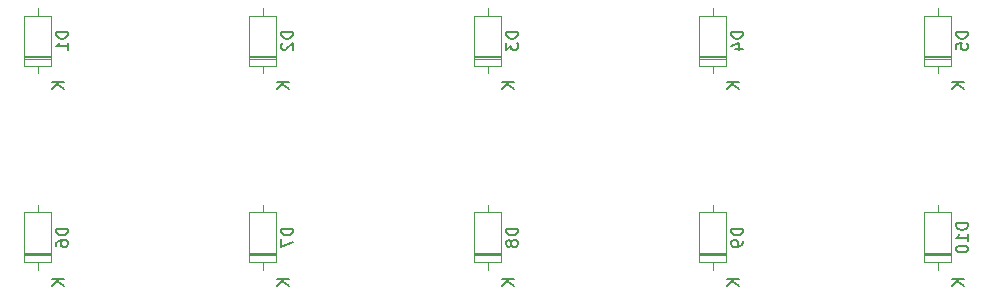
<source format=gbo>
G04 #@! TF.GenerationSoftware,KiCad,Pcbnew,9.0.1*
G04 #@! TF.CreationDate,2025-06-11T13:57:41-04:00*
G04 #@! TF.ProjectId,hackpad,6861636b-7061-4642-9e6b-696361645f70,rev?*
G04 #@! TF.SameCoordinates,Original*
G04 #@! TF.FileFunction,Legend,Bot*
G04 #@! TF.FilePolarity,Positive*
%FSLAX46Y46*%
G04 Gerber Fmt 4.6, Leading zero omitted, Abs format (unit mm)*
G04 Created by KiCad (PCBNEW 9.0.1) date 2025-06-11 13:57:41*
%MOMM*%
%LPD*%
G01*
G04 APERTURE LIST*
%ADD10C,0.150000*%
%ADD11C,0.120000*%
%ADD12O,1.600000X1.600000*%
%ADD13R,1.600000X1.600000*%
%ADD14C,2.200000*%
%ADD15C,1.700000*%
%ADD16C,4.000000*%
%ADD17C,1.524000*%
%ADD18R,2.000000X2.000000*%
%ADD19C,2.000000*%
%ADD20R,3.200000X2.000000*%
G04 APERTURE END LIST*
D10*
X202599819Y-72128155D02*
X201599819Y-72128155D01*
X201599819Y-72128155D02*
X201599819Y-72366250D01*
X201599819Y-72366250D02*
X201647438Y-72509107D01*
X201647438Y-72509107D02*
X201742676Y-72604345D01*
X201742676Y-72604345D02*
X201837914Y-72651964D01*
X201837914Y-72651964D02*
X202028390Y-72699583D01*
X202028390Y-72699583D02*
X202171247Y-72699583D01*
X202171247Y-72699583D02*
X202361723Y-72651964D01*
X202361723Y-72651964D02*
X202456961Y-72604345D01*
X202456961Y-72604345D02*
X202552200Y-72509107D01*
X202552200Y-72509107D02*
X202599819Y-72366250D01*
X202599819Y-72366250D02*
X202599819Y-72128155D01*
X201599819Y-73604345D02*
X201599819Y-73128155D01*
X201599819Y-73128155D02*
X202076009Y-73080536D01*
X202076009Y-73080536D02*
X202028390Y-73128155D01*
X202028390Y-73128155D02*
X201980771Y-73223393D01*
X201980771Y-73223393D02*
X201980771Y-73461488D01*
X201980771Y-73461488D02*
X202028390Y-73556726D01*
X202028390Y-73556726D02*
X202076009Y-73604345D01*
X202076009Y-73604345D02*
X202171247Y-73651964D01*
X202171247Y-73651964D02*
X202409342Y-73651964D01*
X202409342Y-73651964D02*
X202504580Y-73604345D01*
X202504580Y-73604345D02*
X202552200Y-73556726D01*
X202552200Y-73556726D02*
X202599819Y-73461488D01*
X202599819Y-73461488D02*
X202599819Y-73223393D01*
X202599819Y-73223393D02*
X202552200Y-73128155D01*
X202552200Y-73128155D02*
X202504580Y-73080536D01*
X202279819Y-76414345D02*
X201279819Y-76414345D01*
X202279819Y-76985773D02*
X201708390Y-76557202D01*
X201279819Y-76985773D02*
X201851247Y-76414345D01*
X126399819Y-72128155D02*
X125399819Y-72128155D01*
X125399819Y-72128155D02*
X125399819Y-72366250D01*
X125399819Y-72366250D02*
X125447438Y-72509107D01*
X125447438Y-72509107D02*
X125542676Y-72604345D01*
X125542676Y-72604345D02*
X125637914Y-72651964D01*
X125637914Y-72651964D02*
X125828390Y-72699583D01*
X125828390Y-72699583D02*
X125971247Y-72699583D01*
X125971247Y-72699583D02*
X126161723Y-72651964D01*
X126161723Y-72651964D02*
X126256961Y-72604345D01*
X126256961Y-72604345D02*
X126352200Y-72509107D01*
X126352200Y-72509107D02*
X126399819Y-72366250D01*
X126399819Y-72366250D02*
X126399819Y-72128155D01*
X126399819Y-73651964D02*
X126399819Y-73080536D01*
X126399819Y-73366250D02*
X125399819Y-73366250D01*
X125399819Y-73366250D02*
X125542676Y-73271012D01*
X125542676Y-73271012D02*
X125637914Y-73175774D01*
X125637914Y-73175774D02*
X125685533Y-73080536D01*
X126079819Y-76414345D02*
X125079819Y-76414345D01*
X126079819Y-76985773D02*
X125508390Y-76557202D01*
X125079819Y-76985773D02*
X125651247Y-76414345D01*
X202599819Y-88320714D02*
X201599819Y-88320714D01*
X201599819Y-88320714D02*
X201599819Y-88558809D01*
X201599819Y-88558809D02*
X201647438Y-88701666D01*
X201647438Y-88701666D02*
X201742676Y-88796904D01*
X201742676Y-88796904D02*
X201837914Y-88844523D01*
X201837914Y-88844523D02*
X202028390Y-88892142D01*
X202028390Y-88892142D02*
X202171247Y-88892142D01*
X202171247Y-88892142D02*
X202361723Y-88844523D01*
X202361723Y-88844523D02*
X202456961Y-88796904D01*
X202456961Y-88796904D02*
X202552200Y-88701666D01*
X202552200Y-88701666D02*
X202599819Y-88558809D01*
X202599819Y-88558809D02*
X202599819Y-88320714D01*
X202599819Y-89844523D02*
X202599819Y-89273095D01*
X202599819Y-89558809D02*
X201599819Y-89558809D01*
X201599819Y-89558809D02*
X201742676Y-89463571D01*
X201742676Y-89463571D02*
X201837914Y-89368333D01*
X201837914Y-89368333D02*
X201885533Y-89273095D01*
X201599819Y-90463571D02*
X201599819Y-90558809D01*
X201599819Y-90558809D02*
X201647438Y-90654047D01*
X201647438Y-90654047D02*
X201695057Y-90701666D01*
X201695057Y-90701666D02*
X201790295Y-90749285D01*
X201790295Y-90749285D02*
X201980771Y-90796904D01*
X201980771Y-90796904D02*
X202218866Y-90796904D01*
X202218866Y-90796904D02*
X202409342Y-90749285D01*
X202409342Y-90749285D02*
X202504580Y-90701666D01*
X202504580Y-90701666D02*
X202552200Y-90654047D01*
X202552200Y-90654047D02*
X202599819Y-90558809D01*
X202599819Y-90558809D02*
X202599819Y-90463571D01*
X202599819Y-90463571D02*
X202552200Y-90368333D01*
X202552200Y-90368333D02*
X202504580Y-90320714D01*
X202504580Y-90320714D02*
X202409342Y-90273095D01*
X202409342Y-90273095D02*
X202218866Y-90225476D01*
X202218866Y-90225476D02*
X201980771Y-90225476D01*
X201980771Y-90225476D02*
X201790295Y-90273095D01*
X201790295Y-90273095D02*
X201695057Y-90320714D01*
X201695057Y-90320714D02*
X201647438Y-90368333D01*
X201647438Y-90368333D02*
X201599819Y-90463571D01*
X202279819Y-93083095D02*
X201279819Y-93083095D01*
X202279819Y-93654523D02*
X201708390Y-93225952D01*
X201279819Y-93654523D02*
X201851247Y-93083095D01*
X183549819Y-88796905D02*
X182549819Y-88796905D01*
X182549819Y-88796905D02*
X182549819Y-89035000D01*
X182549819Y-89035000D02*
X182597438Y-89177857D01*
X182597438Y-89177857D02*
X182692676Y-89273095D01*
X182692676Y-89273095D02*
X182787914Y-89320714D01*
X182787914Y-89320714D02*
X182978390Y-89368333D01*
X182978390Y-89368333D02*
X183121247Y-89368333D01*
X183121247Y-89368333D02*
X183311723Y-89320714D01*
X183311723Y-89320714D02*
X183406961Y-89273095D01*
X183406961Y-89273095D02*
X183502200Y-89177857D01*
X183502200Y-89177857D02*
X183549819Y-89035000D01*
X183549819Y-89035000D02*
X183549819Y-88796905D01*
X183549819Y-89844524D02*
X183549819Y-90035000D01*
X183549819Y-90035000D02*
X183502200Y-90130238D01*
X183502200Y-90130238D02*
X183454580Y-90177857D01*
X183454580Y-90177857D02*
X183311723Y-90273095D01*
X183311723Y-90273095D02*
X183121247Y-90320714D01*
X183121247Y-90320714D02*
X182740295Y-90320714D01*
X182740295Y-90320714D02*
X182645057Y-90273095D01*
X182645057Y-90273095D02*
X182597438Y-90225476D01*
X182597438Y-90225476D02*
X182549819Y-90130238D01*
X182549819Y-90130238D02*
X182549819Y-89939762D01*
X182549819Y-89939762D02*
X182597438Y-89844524D01*
X182597438Y-89844524D02*
X182645057Y-89796905D01*
X182645057Y-89796905D02*
X182740295Y-89749286D01*
X182740295Y-89749286D02*
X182978390Y-89749286D01*
X182978390Y-89749286D02*
X183073628Y-89796905D01*
X183073628Y-89796905D02*
X183121247Y-89844524D01*
X183121247Y-89844524D02*
X183168866Y-89939762D01*
X183168866Y-89939762D02*
X183168866Y-90130238D01*
X183168866Y-90130238D02*
X183121247Y-90225476D01*
X183121247Y-90225476D02*
X183073628Y-90273095D01*
X183073628Y-90273095D02*
X182978390Y-90320714D01*
X183229819Y-93083095D02*
X182229819Y-93083095D01*
X183229819Y-93654523D02*
X182658390Y-93225952D01*
X182229819Y-93654523D02*
X182801247Y-93083095D01*
X164499819Y-88796905D02*
X163499819Y-88796905D01*
X163499819Y-88796905D02*
X163499819Y-89035000D01*
X163499819Y-89035000D02*
X163547438Y-89177857D01*
X163547438Y-89177857D02*
X163642676Y-89273095D01*
X163642676Y-89273095D02*
X163737914Y-89320714D01*
X163737914Y-89320714D02*
X163928390Y-89368333D01*
X163928390Y-89368333D02*
X164071247Y-89368333D01*
X164071247Y-89368333D02*
X164261723Y-89320714D01*
X164261723Y-89320714D02*
X164356961Y-89273095D01*
X164356961Y-89273095D02*
X164452200Y-89177857D01*
X164452200Y-89177857D02*
X164499819Y-89035000D01*
X164499819Y-89035000D02*
X164499819Y-88796905D01*
X163928390Y-89939762D02*
X163880771Y-89844524D01*
X163880771Y-89844524D02*
X163833152Y-89796905D01*
X163833152Y-89796905D02*
X163737914Y-89749286D01*
X163737914Y-89749286D02*
X163690295Y-89749286D01*
X163690295Y-89749286D02*
X163595057Y-89796905D01*
X163595057Y-89796905D02*
X163547438Y-89844524D01*
X163547438Y-89844524D02*
X163499819Y-89939762D01*
X163499819Y-89939762D02*
X163499819Y-90130238D01*
X163499819Y-90130238D02*
X163547438Y-90225476D01*
X163547438Y-90225476D02*
X163595057Y-90273095D01*
X163595057Y-90273095D02*
X163690295Y-90320714D01*
X163690295Y-90320714D02*
X163737914Y-90320714D01*
X163737914Y-90320714D02*
X163833152Y-90273095D01*
X163833152Y-90273095D02*
X163880771Y-90225476D01*
X163880771Y-90225476D02*
X163928390Y-90130238D01*
X163928390Y-90130238D02*
X163928390Y-89939762D01*
X163928390Y-89939762D02*
X163976009Y-89844524D01*
X163976009Y-89844524D02*
X164023628Y-89796905D01*
X164023628Y-89796905D02*
X164118866Y-89749286D01*
X164118866Y-89749286D02*
X164309342Y-89749286D01*
X164309342Y-89749286D02*
X164404580Y-89796905D01*
X164404580Y-89796905D02*
X164452200Y-89844524D01*
X164452200Y-89844524D02*
X164499819Y-89939762D01*
X164499819Y-89939762D02*
X164499819Y-90130238D01*
X164499819Y-90130238D02*
X164452200Y-90225476D01*
X164452200Y-90225476D02*
X164404580Y-90273095D01*
X164404580Y-90273095D02*
X164309342Y-90320714D01*
X164309342Y-90320714D02*
X164118866Y-90320714D01*
X164118866Y-90320714D02*
X164023628Y-90273095D01*
X164023628Y-90273095D02*
X163976009Y-90225476D01*
X163976009Y-90225476D02*
X163928390Y-90130238D01*
X164179819Y-93083095D02*
X163179819Y-93083095D01*
X164179819Y-93654523D02*
X163608390Y-93225952D01*
X163179819Y-93654523D02*
X163751247Y-93083095D01*
X145449819Y-88796905D02*
X144449819Y-88796905D01*
X144449819Y-88796905D02*
X144449819Y-89035000D01*
X144449819Y-89035000D02*
X144497438Y-89177857D01*
X144497438Y-89177857D02*
X144592676Y-89273095D01*
X144592676Y-89273095D02*
X144687914Y-89320714D01*
X144687914Y-89320714D02*
X144878390Y-89368333D01*
X144878390Y-89368333D02*
X145021247Y-89368333D01*
X145021247Y-89368333D02*
X145211723Y-89320714D01*
X145211723Y-89320714D02*
X145306961Y-89273095D01*
X145306961Y-89273095D02*
X145402200Y-89177857D01*
X145402200Y-89177857D02*
X145449819Y-89035000D01*
X145449819Y-89035000D02*
X145449819Y-88796905D01*
X144449819Y-89701667D02*
X144449819Y-90368333D01*
X144449819Y-90368333D02*
X145449819Y-89939762D01*
X145129819Y-93083095D02*
X144129819Y-93083095D01*
X145129819Y-93654523D02*
X144558390Y-93225952D01*
X144129819Y-93654523D02*
X144701247Y-93083095D01*
X126399819Y-88796905D02*
X125399819Y-88796905D01*
X125399819Y-88796905D02*
X125399819Y-89035000D01*
X125399819Y-89035000D02*
X125447438Y-89177857D01*
X125447438Y-89177857D02*
X125542676Y-89273095D01*
X125542676Y-89273095D02*
X125637914Y-89320714D01*
X125637914Y-89320714D02*
X125828390Y-89368333D01*
X125828390Y-89368333D02*
X125971247Y-89368333D01*
X125971247Y-89368333D02*
X126161723Y-89320714D01*
X126161723Y-89320714D02*
X126256961Y-89273095D01*
X126256961Y-89273095D02*
X126352200Y-89177857D01*
X126352200Y-89177857D02*
X126399819Y-89035000D01*
X126399819Y-89035000D02*
X126399819Y-88796905D01*
X125399819Y-90225476D02*
X125399819Y-90035000D01*
X125399819Y-90035000D02*
X125447438Y-89939762D01*
X125447438Y-89939762D02*
X125495057Y-89892143D01*
X125495057Y-89892143D02*
X125637914Y-89796905D01*
X125637914Y-89796905D02*
X125828390Y-89749286D01*
X125828390Y-89749286D02*
X126209342Y-89749286D01*
X126209342Y-89749286D02*
X126304580Y-89796905D01*
X126304580Y-89796905D02*
X126352200Y-89844524D01*
X126352200Y-89844524D02*
X126399819Y-89939762D01*
X126399819Y-89939762D02*
X126399819Y-90130238D01*
X126399819Y-90130238D02*
X126352200Y-90225476D01*
X126352200Y-90225476D02*
X126304580Y-90273095D01*
X126304580Y-90273095D02*
X126209342Y-90320714D01*
X126209342Y-90320714D02*
X125971247Y-90320714D01*
X125971247Y-90320714D02*
X125876009Y-90273095D01*
X125876009Y-90273095D02*
X125828390Y-90225476D01*
X125828390Y-90225476D02*
X125780771Y-90130238D01*
X125780771Y-90130238D02*
X125780771Y-89939762D01*
X125780771Y-89939762D02*
X125828390Y-89844524D01*
X125828390Y-89844524D02*
X125876009Y-89796905D01*
X125876009Y-89796905D02*
X125971247Y-89749286D01*
X126079819Y-93083095D02*
X125079819Y-93083095D01*
X126079819Y-93654523D02*
X125508390Y-93225952D01*
X125079819Y-93654523D02*
X125651247Y-93083095D01*
X183549819Y-72128155D02*
X182549819Y-72128155D01*
X182549819Y-72128155D02*
X182549819Y-72366250D01*
X182549819Y-72366250D02*
X182597438Y-72509107D01*
X182597438Y-72509107D02*
X182692676Y-72604345D01*
X182692676Y-72604345D02*
X182787914Y-72651964D01*
X182787914Y-72651964D02*
X182978390Y-72699583D01*
X182978390Y-72699583D02*
X183121247Y-72699583D01*
X183121247Y-72699583D02*
X183311723Y-72651964D01*
X183311723Y-72651964D02*
X183406961Y-72604345D01*
X183406961Y-72604345D02*
X183502200Y-72509107D01*
X183502200Y-72509107D02*
X183549819Y-72366250D01*
X183549819Y-72366250D02*
X183549819Y-72128155D01*
X182883152Y-73556726D02*
X183549819Y-73556726D01*
X182502200Y-73318631D02*
X183216485Y-73080536D01*
X183216485Y-73080536D02*
X183216485Y-73699583D01*
X183229819Y-76414345D02*
X182229819Y-76414345D01*
X183229819Y-76985773D02*
X182658390Y-76557202D01*
X182229819Y-76985773D02*
X182801247Y-76414345D01*
X164499819Y-72128155D02*
X163499819Y-72128155D01*
X163499819Y-72128155D02*
X163499819Y-72366250D01*
X163499819Y-72366250D02*
X163547438Y-72509107D01*
X163547438Y-72509107D02*
X163642676Y-72604345D01*
X163642676Y-72604345D02*
X163737914Y-72651964D01*
X163737914Y-72651964D02*
X163928390Y-72699583D01*
X163928390Y-72699583D02*
X164071247Y-72699583D01*
X164071247Y-72699583D02*
X164261723Y-72651964D01*
X164261723Y-72651964D02*
X164356961Y-72604345D01*
X164356961Y-72604345D02*
X164452200Y-72509107D01*
X164452200Y-72509107D02*
X164499819Y-72366250D01*
X164499819Y-72366250D02*
X164499819Y-72128155D01*
X163499819Y-73032917D02*
X163499819Y-73651964D01*
X163499819Y-73651964D02*
X163880771Y-73318631D01*
X163880771Y-73318631D02*
X163880771Y-73461488D01*
X163880771Y-73461488D02*
X163928390Y-73556726D01*
X163928390Y-73556726D02*
X163976009Y-73604345D01*
X163976009Y-73604345D02*
X164071247Y-73651964D01*
X164071247Y-73651964D02*
X164309342Y-73651964D01*
X164309342Y-73651964D02*
X164404580Y-73604345D01*
X164404580Y-73604345D02*
X164452200Y-73556726D01*
X164452200Y-73556726D02*
X164499819Y-73461488D01*
X164499819Y-73461488D02*
X164499819Y-73175774D01*
X164499819Y-73175774D02*
X164452200Y-73080536D01*
X164452200Y-73080536D02*
X164404580Y-73032917D01*
X164179819Y-76414345D02*
X163179819Y-76414345D01*
X164179819Y-76985773D02*
X163608390Y-76557202D01*
X163179819Y-76985773D02*
X163751247Y-76414345D01*
X145449819Y-72128155D02*
X144449819Y-72128155D01*
X144449819Y-72128155D02*
X144449819Y-72366250D01*
X144449819Y-72366250D02*
X144497438Y-72509107D01*
X144497438Y-72509107D02*
X144592676Y-72604345D01*
X144592676Y-72604345D02*
X144687914Y-72651964D01*
X144687914Y-72651964D02*
X144878390Y-72699583D01*
X144878390Y-72699583D02*
X145021247Y-72699583D01*
X145021247Y-72699583D02*
X145211723Y-72651964D01*
X145211723Y-72651964D02*
X145306961Y-72604345D01*
X145306961Y-72604345D02*
X145402200Y-72509107D01*
X145402200Y-72509107D02*
X145449819Y-72366250D01*
X145449819Y-72366250D02*
X145449819Y-72128155D01*
X144545057Y-73080536D02*
X144497438Y-73128155D01*
X144497438Y-73128155D02*
X144449819Y-73223393D01*
X144449819Y-73223393D02*
X144449819Y-73461488D01*
X144449819Y-73461488D02*
X144497438Y-73556726D01*
X144497438Y-73556726D02*
X144545057Y-73604345D01*
X144545057Y-73604345D02*
X144640295Y-73651964D01*
X144640295Y-73651964D02*
X144735533Y-73651964D01*
X144735533Y-73651964D02*
X144878390Y-73604345D01*
X144878390Y-73604345D02*
X145449819Y-73032917D01*
X145449819Y-73032917D02*
X145449819Y-73651964D01*
X145129819Y-76414345D02*
X144129819Y-76414345D01*
X145129819Y-76985773D02*
X144558390Y-76557202D01*
X144129819Y-76985773D02*
X144701247Y-76414345D01*
D11*
G04 #@! TO.C,D5*
X200025000Y-70096250D02*
X200025000Y-70746250D01*
X198905000Y-70746250D02*
X201145000Y-70746250D01*
X201145000Y-70746250D02*
X201145000Y-74986250D01*
X201145000Y-74146250D02*
X198905000Y-74146250D01*
X201145000Y-74266250D02*
X198905000Y-74266250D01*
X201145000Y-74386250D02*
X198905000Y-74386250D01*
X198905000Y-74986250D02*
X198905000Y-70746250D01*
X201145000Y-74986250D02*
X198905000Y-74986250D01*
X200025000Y-75636250D02*
X200025000Y-74986250D01*
G04 #@! TO.C,D1*
X123825000Y-70096250D02*
X123825000Y-70746250D01*
X122705000Y-70746250D02*
X124945000Y-70746250D01*
X124945000Y-70746250D02*
X124945000Y-74986250D01*
X124945000Y-74146250D02*
X122705000Y-74146250D01*
X124945000Y-74266250D02*
X122705000Y-74266250D01*
X124945000Y-74386250D02*
X122705000Y-74386250D01*
X122705000Y-74986250D02*
X122705000Y-70746250D01*
X124945000Y-74986250D02*
X122705000Y-74986250D01*
X123825000Y-75636250D02*
X123825000Y-74986250D01*
G04 #@! TO.C,D10*
X200025000Y-92305000D02*
X200025000Y-91655000D01*
X201145000Y-91655000D02*
X198905000Y-91655000D01*
X198905000Y-91655000D02*
X198905000Y-87415000D01*
X201145000Y-91055000D02*
X198905000Y-91055000D01*
X201145000Y-90935000D02*
X198905000Y-90935000D01*
X201145000Y-90815000D02*
X198905000Y-90815000D01*
X201145000Y-87415000D02*
X201145000Y-91655000D01*
X198905000Y-87415000D02*
X201145000Y-87415000D01*
X200025000Y-86765000D02*
X200025000Y-87415000D01*
G04 #@! TO.C,D9*
X180975000Y-92305000D02*
X180975000Y-91655000D01*
X182095000Y-91655000D02*
X179855000Y-91655000D01*
X179855000Y-91655000D02*
X179855000Y-87415000D01*
X182095000Y-91055000D02*
X179855000Y-91055000D01*
X182095000Y-90935000D02*
X179855000Y-90935000D01*
X182095000Y-90815000D02*
X179855000Y-90815000D01*
X182095000Y-87415000D02*
X182095000Y-91655000D01*
X179855000Y-87415000D02*
X182095000Y-87415000D01*
X180975000Y-86765000D02*
X180975000Y-87415000D01*
G04 #@! TO.C,D8*
X161925000Y-92305000D02*
X161925000Y-91655000D01*
X163045000Y-91655000D02*
X160805000Y-91655000D01*
X160805000Y-91655000D02*
X160805000Y-87415000D01*
X163045000Y-91055000D02*
X160805000Y-91055000D01*
X163045000Y-90935000D02*
X160805000Y-90935000D01*
X163045000Y-90815000D02*
X160805000Y-90815000D01*
X163045000Y-87415000D02*
X163045000Y-91655000D01*
X160805000Y-87415000D02*
X163045000Y-87415000D01*
X161925000Y-86765000D02*
X161925000Y-87415000D01*
G04 #@! TO.C,D7*
X142875000Y-92305000D02*
X142875000Y-91655000D01*
X143995000Y-91655000D02*
X141755000Y-91655000D01*
X141755000Y-91655000D02*
X141755000Y-87415000D01*
X143995000Y-91055000D02*
X141755000Y-91055000D01*
X143995000Y-90935000D02*
X141755000Y-90935000D01*
X143995000Y-90815000D02*
X141755000Y-90815000D01*
X143995000Y-87415000D02*
X143995000Y-91655000D01*
X141755000Y-87415000D02*
X143995000Y-87415000D01*
X142875000Y-86765000D02*
X142875000Y-87415000D01*
G04 #@! TO.C,D6*
X123825000Y-92305000D02*
X123825000Y-91655000D01*
X124945000Y-91655000D02*
X122705000Y-91655000D01*
X122705000Y-91655000D02*
X122705000Y-87415000D01*
X124945000Y-91055000D02*
X122705000Y-91055000D01*
X124945000Y-90935000D02*
X122705000Y-90935000D01*
X124945000Y-90815000D02*
X122705000Y-90815000D01*
X124945000Y-87415000D02*
X124945000Y-91655000D01*
X122705000Y-87415000D02*
X124945000Y-87415000D01*
X123825000Y-86765000D02*
X123825000Y-87415000D01*
G04 #@! TO.C,D4*
X180975000Y-75636250D02*
X180975000Y-74986250D01*
X182095000Y-74986250D02*
X179855000Y-74986250D01*
X179855000Y-74986250D02*
X179855000Y-70746250D01*
X182095000Y-74386250D02*
X179855000Y-74386250D01*
X182095000Y-74266250D02*
X179855000Y-74266250D01*
X182095000Y-74146250D02*
X179855000Y-74146250D01*
X182095000Y-70746250D02*
X182095000Y-74986250D01*
X179855000Y-70746250D02*
X182095000Y-70746250D01*
X180975000Y-70096250D02*
X180975000Y-70746250D01*
G04 #@! TO.C,D3*
X161925000Y-75636250D02*
X161925000Y-74986250D01*
X163045000Y-74986250D02*
X160805000Y-74986250D01*
X160805000Y-74986250D02*
X160805000Y-70746250D01*
X163045000Y-74386250D02*
X160805000Y-74386250D01*
X163045000Y-74266250D02*
X160805000Y-74266250D01*
X163045000Y-74146250D02*
X160805000Y-74146250D01*
X163045000Y-70746250D02*
X163045000Y-74986250D01*
X160805000Y-70746250D02*
X163045000Y-70746250D01*
X161925000Y-70096250D02*
X161925000Y-70746250D01*
G04 #@! TO.C,D2*
X142875000Y-75636250D02*
X142875000Y-74986250D01*
X143995000Y-74986250D02*
X141755000Y-74986250D01*
X141755000Y-74986250D02*
X141755000Y-70746250D01*
X143995000Y-74386250D02*
X141755000Y-74386250D01*
X143995000Y-74266250D02*
X141755000Y-74266250D01*
X143995000Y-74146250D02*
X141755000Y-74146250D01*
X143995000Y-70746250D02*
X143995000Y-74986250D01*
X141755000Y-70746250D02*
X143995000Y-70746250D01*
X142875000Y-70096250D02*
X142875000Y-70746250D01*
G04 #@! TD*
%LPC*%
D12*
G04 #@! TO.C,D5*
X200025000Y-69056250D03*
D13*
X200025000Y-76676250D03*
G04 #@! TD*
D14*
G04 #@! TO.C,SW1*
X110331250Y-64135000D03*
X116681250Y-61595000D03*
D15*
X119221250Y-66675000D03*
D16*
X114141250Y-66675000D03*
D15*
X109061250Y-66675000D03*
G04 #@! TD*
D14*
G04 #@! TO.C,SW3*
X148590000Y-64135000D03*
X154940000Y-61595000D03*
D15*
X157480000Y-66675000D03*
D16*
X152400000Y-66675000D03*
D15*
X147320000Y-66675000D03*
G04 #@! TD*
D14*
G04 #@! TO.C,SW2*
X129540000Y-64135000D03*
X135890000Y-61595000D03*
D15*
X138430000Y-66675000D03*
D16*
X133350000Y-66675000D03*
D15*
X128270000Y-66675000D03*
G04 #@! TD*
D14*
G04 #@! TO.C,SW5*
X186690000Y-64135000D03*
X193040000Y-61595000D03*
D15*
X195580000Y-66675000D03*
D16*
X190500000Y-66675000D03*
D15*
X185420000Y-66675000D03*
G04 #@! TD*
D14*
G04 #@! TO.C,SW4*
X167640000Y-64135000D03*
X173990000Y-61595000D03*
D15*
X176530000Y-66675000D03*
D16*
X171450000Y-66675000D03*
D15*
X166370000Y-66675000D03*
G04 #@! TD*
D14*
G04 #@! TO.C,SW10*
X186690000Y-83185000D03*
X193040000Y-80645000D03*
D15*
X195580000Y-85725000D03*
D16*
X190500000Y-85725000D03*
D15*
X185420000Y-85725000D03*
G04 #@! TD*
D12*
G04 #@! TO.C,D1*
X123825000Y-69056250D03*
D13*
X123825000Y-76676250D03*
G04 #@! TD*
D17*
G04 #@! TO.C,U1*
X224313750Y-78105000D03*
X221773750Y-78105000D03*
X219233750Y-78105000D03*
X216693750Y-78105000D03*
X214153750Y-78105000D03*
X211613750Y-78105000D03*
X209073750Y-78105000D03*
X209073750Y-93345000D03*
X211613750Y-93345000D03*
X214153750Y-93345000D03*
X216693750Y-93345000D03*
X219233750Y-93345000D03*
X221773750Y-93345000D03*
X224313750Y-93345000D03*
G04 #@! TD*
D18*
G04 #@! TO.C,SW11*
X209193750Y-61793750D03*
D19*
X209193750Y-64293750D03*
X209193750Y-66793750D03*
D20*
X216693750Y-58693750D03*
X216693750Y-69893750D03*
D19*
X223693750Y-61793750D03*
X223693750Y-66793750D03*
G04 #@! TD*
D15*
G04 #@! TO.C,SW9*
X166370000Y-85725000D03*
D16*
X171450000Y-85725000D03*
D15*
X176530000Y-85725000D03*
D14*
X173990000Y-80645000D03*
X167640000Y-83185000D03*
G04 #@! TD*
D15*
G04 #@! TO.C,SW8*
X147320000Y-85725000D03*
D16*
X152400000Y-85725000D03*
D15*
X157480000Y-85725000D03*
D14*
X154940000Y-80645000D03*
X148590000Y-83185000D03*
G04 #@! TD*
D15*
G04 #@! TO.C,SW7*
X128270000Y-85725000D03*
D16*
X133350000Y-85725000D03*
D15*
X138430000Y-85725000D03*
D14*
X135890000Y-80645000D03*
X129540000Y-83185000D03*
G04 #@! TD*
D15*
G04 #@! TO.C,SW6*
X109220000Y-85725000D03*
D16*
X114300000Y-85725000D03*
D15*
X119380000Y-85725000D03*
D14*
X116840000Y-80645000D03*
X110490000Y-83185000D03*
G04 #@! TD*
D13*
G04 #@! TO.C,D10*
X200025000Y-93345000D03*
D12*
X200025000Y-85725000D03*
G04 #@! TD*
D13*
G04 #@! TO.C,D9*
X180975000Y-93345000D03*
D12*
X180975000Y-85725000D03*
G04 #@! TD*
D13*
G04 #@! TO.C,D8*
X161925000Y-93345000D03*
D12*
X161925000Y-85725000D03*
G04 #@! TD*
D13*
G04 #@! TO.C,D7*
X142875000Y-93345000D03*
D12*
X142875000Y-85725000D03*
G04 #@! TD*
D13*
G04 #@! TO.C,D6*
X123825000Y-93345000D03*
D12*
X123825000Y-85725000D03*
G04 #@! TD*
D13*
G04 #@! TO.C,D4*
X180975000Y-76676250D03*
D12*
X180975000Y-69056250D03*
G04 #@! TD*
D13*
G04 #@! TO.C,D3*
X161925000Y-76676250D03*
D12*
X161925000Y-69056250D03*
G04 #@! TD*
D13*
G04 #@! TO.C,D2*
X142875000Y-76676250D03*
D12*
X142875000Y-69056250D03*
G04 #@! TD*
%LPD*%
M02*

</source>
